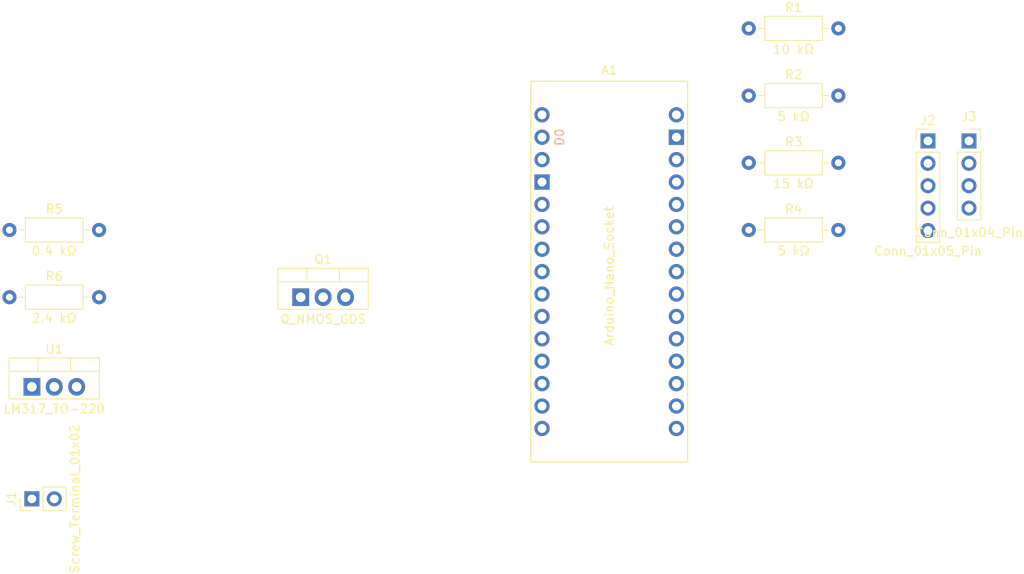
<source format=kicad_pcb>
(kicad_pcb (version 20221018) (generator pcbnew)
  (layers (0 "F.Cu" signal) (1 "In1.Cu" signal) (2 "In2.Cu" signal) (31 "B.Cu" signal) (34 "B.Paste" user) (35 "F.Paste" user) (36 "B.SilkS" user "B.Silkscreen") (37 "F.SilkS" user "F.Silkscreen") (38 "B.Mask" user) (39 "F.Mask" user) (44 "Edge.Cuts" user))
  (net 0 "")
  (net 3 "/A0")
  (net 4 "/A1")
  (net 5 "/A2")
  (net 6 "/A3")
  (net 7 "/A4")
  (net 8 "/A5")
  (net 9 "/A6")
  (net 10 "/A7")
  (net 11 "/AREF")
  (net 12 "/D0")
  (net 13 "/D1")
  (net 14 "/D2")
  (net 15 "/D3")
  (net 16 "/D4")
  (net 17 "/D5")
  (net 18 "/D6")
  (net 19 "/D7")
  (net 20 "/D8")
  (net 21 "/D9")
  (net 22 "/D10")
  (net 23 "/D11")
  (net 24 "/D12")
  (net 25 "/D13")
  (net 27 "GND")
  (net 30 "+9V")
  (net 31 "Net-(J1-Pin_1)")
  (net 32 "+12V")
  (net 34 "Net-(J2-Pin_3)")
  (net 35 "+5V")
  (net 37 "Net-(R5--)")
  (footprint "Package_TO_SOT_THT:TO-220-3_Vertical" (layer "F.Cu") (at 81.28 78.74)
    (fp_text reference "Q1" (at 2.54 -4.27) (layer "F.SilkS"))
    (fp_text value "Q_NMOS_GDS" (at 2.54 2.5) (layer "F.SilkS"))
    (fp_line (start -2.58 -3.27) (end -2.58 1.371) (stroke (width 0.12)) (layer "F.SilkS"))
    (fp_line (start -2.58 -3.27) (end 7.66 -3.27) (stroke (width 0.12)) (layer "F.SilkS"))
    (fp_line (start -2.58 -1.76) (end 7.66 -1.76) (stroke (width 0.12)) (layer "F.SilkS"))
    (fp_line (start -2.58 1.371) (end 7.66 1.371) (stroke (width 0.12)) (layer "F.SilkS"))
    (fp_line (start 0.69 -3.27) (end 0.69 -1.76) (stroke (width 0.12)) (layer "F.SilkS"))
    (fp_line (start 4.391 -3.27) (end 4.391 -1.76) (stroke (width 0.12)) (layer "F.SilkS"))
    (fp_line (start 7.66 -3.27) (end 7.66 1.371) (stroke (width 0.12)) (layer "F.SilkS"))
    (pad "1" thru_hole rect (at 0 0) (size 1.905 2) (drill 1.1) (layers "*.Cu" "*.Mask") (net 21 "/D9"))
    (pad "2" thru_hole oval (at 2.54 0) (size 1.905 2) (drill 1.1) (layers "*.Cu" "*.Mask") (net 31 "Net-(J1-Pin_1)"))
    (pad "3" thru_hole oval (at 5.08 0) (size 1.905 2) (drill 1.1) (layers "*.Cu" "*.Mask") (net 27 "GND"))
  )
  (footprint "Resistor_THT:R_Axial_DIN0207_L6.3mm_D2.5mm_P10.16mm_Horizontal" (layer "F.Cu") (at 48.26 78.74)
    (fp_text reference "R6" (at 5.08 -2.37) (layer "F.SilkS"))
    (fp_text value "2.4 kΩ" (at 5.08 2.37) (layer "F.SilkS"))
    (fp_line (start 1.04 0) (end 1.81 0) (stroke (width 0.12)) (layer "F.SilkS"))
    (fp_line (start 1.81 -1.37) (end 1.81 1.37) (stroke (width 0.12)) (layer "F.SilkS"))
    (fp_line (start 1.81 1.37) (end 8.35 1.37) (stroke (width 0.12)) (layer "F.SilkS"))
    (fp_line (start 8.35 -1.37) (end 1.81 -1.37) (stroke (width 0.12)) (layer "F.SilkS"))
    (fp_line (start 8.35 1.37) (end 8.35 -1.37) (stroke (width 0.12)) (layer "F.SilkS"))
    (fp_line (start 9.12 0) (end 8.35 0) (stroke (width 0.12)) (layer "F.SilkS"))
    (pad "1" thru_hole circle (at 0 0) (size 1.6 1.6) (drill 0.8) (layers "*.Cu" "*.Mask") (net 37 "Net-(R5--)"))
    (pad "2" thru_hole oval (at 10.16 0) (size 1.6 1.6) (drill 0.8) (layers "*.Cu" "*.Mask") (net 27 "GND"))
  )
  (footprint "Package_TO_SOT_THT:TO-220-3_Vertical" (layer "F.Cu") (at 50.8 88.9)
    (fp_text reference "U1" (at 2.54 -4.27) (layer "F.SilkS"))
    (fp_text value "LM317_TO-220" (at 2.54 2.5) (layer "F.SilkS"))
    (fp_line (start -2.58 -3.27) (end -2.58 1.371) (stroke (width 0.12)) (layer "F.SilkS"))
    (fp_line (start -2.58 -3.27) (end 7.66 -3.27) (stroke (width 0.12)) (layer "F.SilkS"))
    (fp_line (start -2.58 -1.76) (end 7.66 -1.76) (stroke (width 0.12)) (layer "F.SilkS"))
    (fp_line (start -2.58 1.371) (end 7.66 1.371) (stroke (width 0.12)) (layer "F.SilkS"))
    (fp_line (start 0.69 -3.27) (end 0.69 -1.76) (stroke (width 0.12)) (layer "F.SilkS"))
    (fp_line (start 4.391 -3.27) (end 4.391 -1.76) (stroke (width 0.12)) (layer "F.SilkS"))
    (fp_line (start 7.66 -3.27) (end 7.66 1.371) (stroke (width 0.12)) (layer "F.SilkS"))
    (pad "1" thru_hole rect (at 0 0) (size 1.905 2) (drill 1.1) (layers "*.Cu" "*.Mask") (net 37 "Net-(R5--)"))
    (pad "2" thru_hole oval (at 2.54 0) (size 1.905 2) (drill 1.1) (layers "*.Cu" "*.Mask") (net 30 "+9V"))
    (pad "3" thru_hole oval (at 5.08 0) (size 1.905 2) (drill 1.1) (layers "*.Cu" "*.Mask") (net 32 "+12V"))
  )
  (footprint "Resistor_THT:R_Axial_DIN0207_L6.3mm_D2.5mm_P10.16mm_Horizontal" (layer "F.Cu") (at 132.08 71.12)
    (fp_text reference "R4" (at 5.08 -2.37) (layer "F.SilkS"))
    (fp_text value "5 kΩ" (at 5.08 2.37) (layer "F.SilkS"))
    (fp_line (start 1.04 0) (end 1.81 0) (stroke (width 0.12)) (layer "F.SilkS"))
    (fp_line (start 1.81 -1.37) (end 1.81 1.37) (stroke (width 0.12)) (layer "F.SilkS"))
    (fp_line (start 1.81 1.37) (end 8.35 1.37) (stroke (width 0.12)) (layer "F.SilkS"))
    (fp_line (start 8.35 -1.37) (end 1.81 -1.37) (stroke (width 0.12)) (layer "F.SilkS"))
    (fp_line (start 8.35 1.37) (end 8.35 -1.37) (stroke (width 0.12)) (layer "F.SilkS"))
    (fp_line (start 9.12 0) (end 8.35 0) (stroke (width 0.12)) (layer "F.SilkS"))
    (pad "1" thru_hole circle (at 0 0) (size 1.6 1.6) (drill 0.8) (layers "*.Cu" "*.Mask") (net 4 "/A1"))
    (pad "2" thru_hole oval (at 10.16 0) (size 1.6 1.6) (drill 0.8) (layers "*.Cu" "*.Mask") (net 27 "GND"))
  )
  (footprint "PCM_arduino-library:Arduino_Nano_Socket" (layer "F.Cu") (at 116.26 97.43)
    (fp_text reference "A1" (at 0 -44.45) (layer "F.SilkS"))
    (fp_text value "Arduino_Nano_Socket" (at 0 -21.082 90) (layer "F.SilkS"))
    (fp_text user "D0" (at -5.715 -36.83 -90 unlocked) (layer "B.SilkS") (effects (justify mirror)))
    (fp_text user "D0" (at -5.715 -36.83 -90 unlocked) (layer "F.SilkS"))
    (fp_line (start -8.89 -43.18) (end -8.89 0) (stroke (width 0.15)) (layer "F.SilkS"))
    (fp_line (start -8.89 -43.18) (end 8.89 -43.18) (stroke (width 0.15)) (layer "F.SilkS"))
    (fp_line (start -8.89 0) (end 8.89 0) (stroke (width 0.15)) (layer "F.SilkS"))
    (fp_line (start 8.89 -43.18) (end 8.89 0) (stroke (width 0.15)) (layer "F.SilkS"))
    (pad "" np_thru_hole circle (at -7.62 -41.91) (size 1.8 1.8) (drill 1.8) (layers "F&B.Cu" "*.Mask"))
    (pad "" np_thru_hole circle (at -7.62 -1.27) (size 1.8 1.8) (drill 1.8) (layers "F&B.Cu" "*.Mask"))
    (pad "" np_thru_hole circle (at 7.62 -41.91) (size 1.8 1.8) (drill 1.8) (layers "F&B.Cu" "*.Mask"))
    (pad "" np_thru_hole circle (at 7.62 -1.27) (size 1.8 1.8) (drill 1.8) (layers "F&B.Cu" "*.Mask"))
    (pad "3V3" thru_hole circle (at 7.62 -6.35) (size 1.7272 1.7272) (drill 1.016) (layers "*.Cu" "*.Mask"))
    (pad "5V" thru_hole circle (at 7.62 -31.75) (size 1.7272 1.7272) (drill 1.016) (layers "*.Cu" "*.Mask"))
    (pad "A0" thru_hole circle (at 7.62 -11.43) (size 1.7272 1.7272) (drill 1.016) (layers "*.Cu" "*.Mask") (net 3 "/A0"))
    (pad "A1" thru_hole circle (at 7.62 -13.97) (size 1.7272 1.7272) (drill 1.016) (layers "*.Cu" "*.Mask") (net 4 "/A1"))
    (pad "A2" thru_hole circle (at 7.62 -16.51) (size 1.7272 1.7272) (drill 1.016) (layers "*.Cu" "*.Mask") (net 5 "/A2"))
    (pad "A3" thru_hole circle (at 7.62 -19.05) (size 1.7272 1.7272) (drill 1.016) (layers "*.Cu" "*.Mask") (net 6 "/A3"))
    (pad "A4" thru_hole circle (at 7.62 -21.59) (size 1.7272 1.7272) (drill 1.016) (layers "*.Cu" "*.Mask") (net 7 "/A4"))
    (pad "A5" thru_hole circle (at 7.62 -24.13) (size 1.7272 1.7272) (drill 1.016) (layers "*.Cu" "*.Mask") (net 8 "/A5"))
    (pad "A6" thru_hole circle (at 7.62 -26.67) (size 1.7272 1.7272) (drill 1.016) (layers "*.Cu" "*.Mask") (net 9 "/A6"))
    (pad "A7" thru_hole circle (at 7.62 -29.21) (size 1.7272 1.7272) (drill 1.016) (layers "*.Cu" "*.Mask") (net 10 "/A7"))
    (pad "AREF" thru_hole circle (at 7.62 -8.89) (size 1.7272 1.7272) (drill 1.016) (layers "*.Cu" "*.Mask") (net 11 "/AREF"))
    (pad "D0" thru_hole circle (at -7.62 -36.83) (size 1.7272 1.7272) (drill 1.016) (layers "*.Cu" "*.Mask") (net 12 "/D0"))
    (pad "D1" thru_hole circle (at -7.62 -39.37) (size 1.7272 1.7272) (drill 1.016) (layers "*.Cu" "*.Mask") (net 13 "/D1"))
    (pad "D2" thru_hole circle (at -7.62 -29.21) (size 1.7272 1.7272) (drill 1.016) (layers "*.Cu" "*.Mask") (net 14 "/D2"))
    (pad "D3" thru_hole circle (at -7.62 -26.67) (size 1.7272 1.7272) (drill 1.016) (layers "*.Cu" "*.Mask") (net 15 "/D3"))
    (pad "D4" thru_hole circle (at -7.62 -24.13) (size 1.7272 1.7272) (drill 1.016) (layers "*.Cu" "*.Mask") (net 16 "/D4"))
    (pad "D5" thru_hole circle (at -7.62 -21.59) (size 1.7272 1.7272) (drill 1.016) (layers "*.Cu" "*.Mask") (net 17 "/D5"))
    (pad "D6" thru_hole circle (at -7.62 -19.05) (size 1.7272 1.7272) (drill 1.016) (layers "*.Cu" "*.Mask") (net 18 "/D6"))
    (pad "D7" thru_hole circle (at -7.62 -16.51) (size 1.7272 1.7272) (drill 1.016) (layers "*.Cu" "*.Mask") (net 19 "/D7"))
    (pad "D8" thru_hole circle (at -7.62 -13.97) (size 1.7272 1.7272) (drill 1.016) (layers "*.Cu" "*.Mask") (net 20 "/D8"))
    (pad "D9" thru_hole circle (at -7.62 -11.43) (size 1.7272 1.7272) (drill 1.016) (layers "*.Cu" "*.Mask") (net 21 "/D9"))
    (pad "D10" thru_hole circle (at -7.62 -8.89) (size 1.7272 1.7272) (drill 1.016) (layers "*.Cu" "*.Mask") (net 22 "/D10"))
    (pad "D11" thru_hole circle (at -7.62 -6.35) (size 1.7272 1.7272) (drill 1.016) (layers "*.Cu" "*.Mask") (net 23 "/D11"))
    (pad "D12" thru_hole circle (at -7.62 -3.81) (size 1.7272 1.7272) (drill 1.016) (layers "*.Cu" "*.Mask") (net 24 "/D12"))
    (pad "D13" thru_hole circle (at 7.62 -3.81) (size 1.7272 1.7272) (drill 1.016) (layers "*.Cu" "*.Mask") (net 25 "/D13"))
    (pad "GND1" thru_hole rect (at -7.62 -31.75) (size 1.7272 1.7272) (drill 1.016) (layers "*.Cu" "*.Mask"))
    (pad "GND2" thru_hole rect (at 7.62 -36.83) (size 1.7272 1.7272) (drill 1.016) (layers "*.Cu" "*.Mask") (net 27 "GND"))
    (pad "RST1" thru_hole circle (at -7.62 -34.29) (size 1.7272 1.7272) (drill 1.016) (layers "*.Cu" "*.Mask"))
    (pad "RST2" thru_hole circle (at 7.62 -34.29) (size 1.7272 1.7272) (drill 1.016) (layers "*.Cu" "*.Mask"))
    (pad "VIN" thru_hole circle (at 7.62 -39.37) (size 1.7272 1.7272) (drill 1.016) (layers "*.Cu" "*.Mask") (net 30 "+9V"))
  )
  (footprint "Resistor_THT:R_Axial_DIN0207_L6.3mm_D2.5mm_P10.16mm_Horizontal" (layer "F.Cu") (at 132.08 55.88)
    (fp_text reference "R2" (at 5.08 -2.37) (layer "F.SilkS"))
    (fp_text value "5 kΩ" (at 5.08 2.37) (layer "F.SilkS"))
    (fp_line (start 1.04 0) (end 1.81 0) (stroke (width 0.12)) (layer "F.SilkS"))
    (fp_line (start 1.81 -1.37) (end 1.81 1.37) (stroke (width 0.12)) (layer "F.SilkS"))
    (fp_line (start 1.81 1.37) (end 8.35 1.37) (stroke (width 0.12)) (layer "F.SilkS"))
    (fp_line (start 8.35 -1.37) (end 1.81 -1.37) (stroke (width 0.12)) (layer "F.SilkS"))
    (fp_line (start 8.35 1.37) (end 8.35 -1.37) (stroke (width 0.12)) (layer "F.SilkS"))
    (fp_line (start 9.12 0) (end 8.35 0) (stroke (width 0.12)) (layer "F.SilkS"))
    (pad "1" thru_hole circle (at 0 0) (size 1.6 1.6) (drill 0.8) (layers "*.Cu" "*.Mask") (net 3 "/A0"))
    (pad "2" thru_hole oval (at 10.16 0) (size 1.6 1.6) (drill 0.8) (layers "*.Cu" "*.Mask"))
  )
  (footprint "Resistor_THT:R_Axial_DIN0207_L6.3mm_D2.5mm_P10.16mm_Horizontal" (layer "F.Cu") (at 48.26 71.12)
    (fp_text reference "R5" (at 5.08 -2.37) (layer "F.SilkS"))
    (fp_text value "0.4 kΩ" (at 5.08 2.37) (layer "F.SilkS"))
    (fp_line (start 1.04 0) (end 1.81 0) (stroke (width 0.12)) (layer "F.SilkS"))
    (fp_line (start 1.81 -1.37) (end 1.81 1.37) (stroke (width 0.12)) (layer "F.SilkS"))
    (fp_line (start 1.81 1.37) (end 8.35 1.37) (stroke (width 0.12)) (layer "F.SilkS"))
    (fp_line (start 8.35 -1.37) (end 1.81 -1.37) (stroke (width 0.12)) (layer "F.SilkS"))
    (fp_line (start 8.35 1.37) (end 8.35 -1.37) (stroke (width 0.12)) (layer "F.SilkS"))
    (fp_line (start 9.12 0) (end 8.35 0) (stroke (width 0.12)) (layer "F.SilkS"))
    (pad "1" thru_hole circle (at 0 0) (size 1.6 1.6) (drill 0.8) (layers "*.Cu" "*.Mask") (net 30 "+9V"))
    (pad "2" thru_hole oval (at 10.16 0) (size 1.6 1.6) (drill 0.8) (layers "*.Cu" "*.Mask") (net 37 "Net-(R5--)"))
  )
  (footprint "Resistor_THT:R_Axial_DIN0207_L6.3mm_D2.5mm_P10.16mm_Horizontal" (layer "F.Cu") (at 132.08 63.5)
    (fp_text reference "R3" (at 5.08 -2.37) (layer "F.SilkS"))
    (fp_text value "15 kΩ" (at 5.08 2.37) (layer "F.SilkS"))
    (fp_line (start 1.04 0) (end 1.81 0) (stroke (width 0.12)) (layer "F.SilkS"))
    (fp_line (start 1.81 -1.37) (end 1.81 1.37) (stroke (width 0.12)) (layer "F.SilkS"))
    (fp_line (start 1.81 1.37) (end 8.35 1.37) (stroke (width 0.12)) (layer "F.SilkS"))
    (fp_line (start 8.35 -1.37) (end 1.81 -1.37) (stroke (width 0.12)) (layer "F.SilkS"))
    (fp_line (start 8.35 1.37) (end 8.35 -1.37) (stroke (width 0.12)) (layer "F.SilkS"))
    (fp_line (start 9.12 0) (end 8.35 0) (stroke (width 0.12)) (layer "F.SilkS"))
    (pad "1" thru_hole circle (at 0 0) (size 1.6 1.6) (drill 0.8) (layers "*.Cu" "*.Mask") (net 34 "Net-(J2-Pin_3)"))
    (pad "2" thru_hole oval (at 10.16 0) (size 1.6 1.6) (drill 0.8) (layers "*.Cu" "*.Mask") (net 4 "/A1"))
  )
  (footprint "Connector_PinHeader_2.54mm:PinHeader_1x05_P2.54mm_Vertical" (layer "F.Cu") (at 152.4 61.02)
    (fp_text reference "J2" (at 0 -2.33) (layer "F.SilkS"))
    (fp_text value "Conn_01x05_Pin" (at 0 12.49) (layer "F.SilkS"))
    (fp_line (start -1.33 -1.33) (end 0 -1.33) (stroke (width 0.12)) (layer "F.SilkS"))
    (fp_line (start -1.33 0) (end -1.33 -1.33) (stroke (width 0.12)) (layer "F.SilkS"))
    (fp_line (start -1.33 1.27) (end -1.33 11.49) (stroke (width 0.12)) (layer "F.SilkS"))
    (fp_line (start -1.33 1.27) (end 1.33 1.27) (stroke (width 0.12)) (layer "F.SilkS"))
    (fp_line (start -1.33 11.49) (end 1.33 11.49) (stroke (width 0.12)) (layer "F.SilkS"))
    (fp_line (start 1.33 1.27) (end 1.33 11.49) (stroke (width 0.12)) (layer "F.SilkS"))
    (pad "1" thru_hole rect (at 0 0) (size 1.7 1.7) (drill 1) (layers "*.Cu" "*.Mask"))
    (pad "2" thru_hole oval (at 0 2.54) (size 1.7 1.7) (drill 1) (layers "*.Cu" "*.Mask") (net 32 "+12V"))
    (pad "3" thru_hole oval (at 0 5.08) (size 1.7 1.7) (drill 1) (layers "*.Cu" "*.Mask") (net 34 "Net-(J2-Pin_3)"))
    (pad "4" thru_hole oval (at 0 7.62) (size 1.7 1.7) (drill 1) (layers "*.Cu" "*.Mask") (net 32 "+12V"))
    (pad "5" thru_hole oval (at 0 10.16) (size 1.7 1.7) (drill 1) (layers "*.Cu" "*.Mask") (net 27 "GND"))
  )
  (footprint "Resistor_THT:R_Axial_DIN0207_L6.3mm_D2.5mm_P10.16mm_Horizontal" (layer "F.Cu") (at 132.08 48.26)
    (fp_text reference "R1" (at 5.08 -2.37) (layer "F.SilkS"))
    (fp_text value "10 kΩ" (at 5.08 2.37) (layer "F.SilkS"))
    (fp_line (start 1.04 0) (end 1.81 0) (stroke (width 0.12)) (layer "F.SilkS"))
    (fp_line (start 1.81 -1.37) (end 1.81 1.37) (stroke (width 0.12)) (layer "F.SilkS"))
    (fp_line (start 1.81 1.37) (end 8.35 1.37) (stroke (width 0.12)) (layer "F.SilkS"))
    (fp_line (start 8.35 -1.37) (end 1.81 -1.37) (stroke (width 0.12)) (layer "F.SilkS"))
    (fp_line (start 8.35 1.37) (end 8.35 -1.37) (stroke (width 0.12)) (layer "F.SilkS"))
    (fp_line (start 9.12 0) (end 8.35 0) (stroke (width 0.12)) (layer "F.SilkS"))
    (pad "1" thru_hole circle (at 0 0) (size 1.6 1.6) (drill 0.8) (layers "*.Cu" "*.Mask") (net 32 "+12V"))
    (pad "2" thru_hole oval (at 10.16 0) (size 1.6 1.6) (drill 0.8) (layers "*.Cu" "*.Mask") (net 3 "/A0"))
  )
  (footprint "Connector_PinHeader_2.54mm:PinHeader_1x02_P2.54mm_Vertical" (layer "F.Cu") (at 50.8 101.6 90)
    (fp_text reference "J1" (at 0 -2.33 90) (layer "F.SilkS"))
    (fp_text value "Screw_Terminal_01x02" (at 0 4.87 90) (layer "F.SilkS"))
    (fp_line (start -1.33 -1.33) (end 0 -1.33) (stroke (width 0.12)) (layer "F.SilkS"))
    (fp_line (start -1.33 0) (end -1.33 -1.33) (stroke (width 0.12)) (layer "F.SilkS"))
    (fp_line (start -1.33 1.27) (end -1.33 3.87) (stroke (width 0.12)) (layer "F.SilkS"))
    (fp_line (start -1.33 1.27) (end 1.33 1.27) (stroke (width 0.12)) (layer "F.SilkS"))
    (fp_line (start -1.33 3.87) (end 1.33 3.87) (stroke (width 0.12)) (layer "F.SilkS"))
    (fp_line (start 1.33 1.27) (end 1.33 3.87) (stroke (width 0.12)) (layer "F.SilkS"))
    (pad "1" thru_hole rect (at 0 0 90) (size 1.7 1.7) (drill 1) (layers "*.Cu" "*.Mask") (net 31 "Net-(J1-Pin_1)"))
    (pad "2" thru_hole oval (at 0 2.54 90) (size 1.7 1.7) (drill 1) (layers "*.Cu" "*.Mask") (net 32 "+12V"))
  )
  (footprint "Connector_PinSocket_2.54mm:PinSocket_1x04_P2.54mm_Vertical" (layer "F.Cu") (at 157.05 61.02)
    (fp_text reference "J3" (at 0 -2.77) (layer "F.SilkS"))
    (fp_text value "Conn_01x04_Pin" (at 0 10.39) (layer "F.SilkS"))
    (fp_line (start -1.33 1.27) (end -1.33 8.95) (stroke (width 0.12)) (layer "F.SilkS"))
    (fp_line (start -1.33 1.27) (end 1.33 1.27) (stroke (width 0.12)) (layer "F.SilkS"))
    (fp_line (start -1.33 8.95) (end 1.33 8.95) (stroke (width 0.12)) (layer "F.SilkS"))
    (fp_line (start 0 -1.33) (end 1.33 -1.33) (stroke (width 0.12)) (layer "F.SilkS"))
    (fp_line (start 1.33 -1.33) (end 1.33 0) (stroke (width 0.12)) (layer "F.SilkS"))
    (fp_line (start 1.33 1.27) (end 1.33 8.95) (stroke (width 0.12)) (layer "F.SilkS"))
    (pad "1" thru_hole rect (at 0 0) (size 1.7 1.7) (drill 1) (layers "*.Cu" "*.Mask") (net 35 "+5V"))
    (pad "2" thru_hole oval (at 0 2.54) (size 1.7 1.7) (drill 1) (layers "*.Cu" "*.Mask") (net 27 "GND"))
    (pad "3" thru_hole oval (at 0 5.08) (size 1.7 1.7) (drill 1) (layers "*.Cu" "*.Mask") (net 8 "/A5"))
    (pad "4" thru_hole oval (at 0 7.62) (size 1.7 1.7) (drill 1) (layers "*.Cu" "*.Mask") (net 7 "/A4"))
  )
)
</source>
